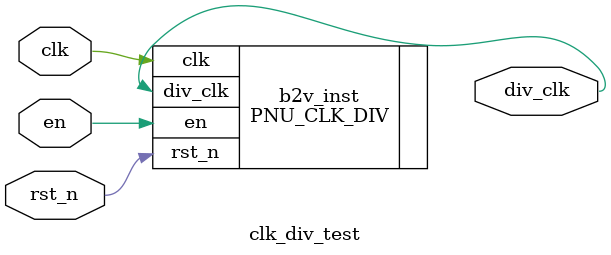
<source format=v>


module clk_div_test(
	clk,
	rst_n,
	en,
	div_clk
);


input wire	clk;
input wire	rst_n;
input wire	en;
output wire	div_clk;






PNU_CLK_DIV	b2v_inst(
	.clk(clk),
	.rst_n(rst_n),
	.en(en),
	.div_clk(div_clk));
	defparam	b2v_inst.cnt_num = 1000;


endmodule

</source>
